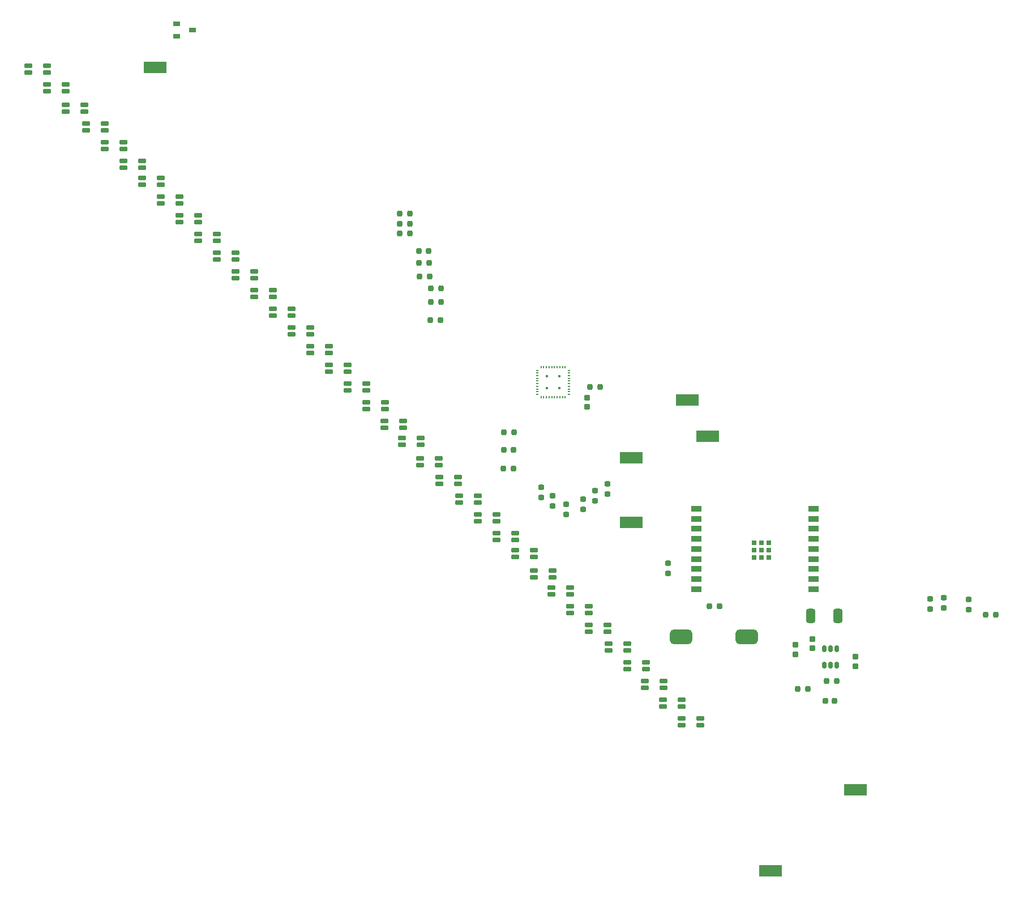
<source format=gbr>
%TF.GenerationSoftware,KiCad,Pcbnew,(7.0.0)*%
%TF.CreationDate,2023-03-18T11:24:22-05:00*%
%TF.ProjectId,LED Fan Blade,4c454420-4661-46e2-9042-6c6164652e6b,rev?*%
%TF.SameCoordinates,Original*%
%TF.FileFunction,Paste,Top*%
%TF.FilePolarity,Positive*%
%FSLAX46Y46*%
G04 Gerber Fmt 4.6, Leading zero omitted, Abs format (unit mm)*
G04 Created by KiCad (PCBNEW (7.0.0)) date 2023-03-18 11:24:22*
%MOMM*%
%LPD*%
G01*
G04 APERTURE LIST*
G04 Aperture macros list*
%AMRoundRect*
0 Rectangle with rounded corners*
0 $1 Rounding radius*
0 $2 $3 $4 $5 $6 $7 $8 $9 X,Y pos of 4 corners*
0 Add a 4 corners polygon primitive as box body*
4,1,4,$2,$3,$4,$5,$6,$7,$8,$9,$2,$3,0*
0 Add four circle primitives for the rounded corners*
1,1,$1+$1,$2,$3*
1,1,$1+$1,$4,$5*
1,1,$1+$1,$6,$7*
1,1,$1+$1,$8,$9*
0 Add four rect primitives between the rounded corners*
20,1,$1+$1,$2,$3,$4,$5,0*
20,1,$1+$1,$4,$5,$6,$7,0*
20,1,$1+$1,$6,$7,$8,$9,0*
20,1,$1+$1,$8,$9,$2,$3,0*%
G04 Aperture macros list end*
%ADD10RoundRect,0.175000X-0.425000X-0.175000X0.425000X-0.175000X0.425000X0.175000X-0.425000X0.175000X0*%
%ADD11RoundRect,0.201500X-0.201500X-0.230500X0.201500X-0.230500X0.201500X0.230500X-0.201500X0.230500X0*%
%ADD12R,3.430000X1.780000*%
%ADD13RoundRect,0.201500X0.230500X-0.201500X0.230500X0.201500X-0.230500X0.201500X-0.230500X-0.201500X0*%
%ADD14RoundRect,0.201500X0.201500X0.230500X-0.201500X0.230500X-0.201500X-0.230500X0.201500X-0.230500X0*%
%ADD15RoundRect,0.350000X0.350000X0.710000X-0.350000X0.710000X-0.350000X-0.710000X0.350000X-0.710000X0*%
%ADD16O,0.200000X0.350000*%
%ADD17O,0.350000X0.200000*%
%ADD18R,0.300000X0.300000*%
%ADD19RoundRect,0.201500X-0.230500X0.201500X-0.230500X-0.201500X0.230500X-0.201500X0.230500X0.201500X0*%
%ADD20RoundRect,0.200000X-0.250000X0.200000X-0.250000X-0.200000X0.250000X-0.200000X0.250000X0.200000X0*%
%ADD21R,1.000000X0.800000*%
%ADD22R,1.500000X0.900000*%
%ADD23R,0.700000X0.700000*%
%ADD24RoundRect,0.200000X0.250000X-0.200000X0.250000X0.200000X-0.250000X0.200000X-0.250000X-0.200000X0*%
%ADD25RoundRect,0.200000X-0.200000X-0.250000X0.200000X-0.250000X0.200000X0.250000X-0.200000X0.250000X0*%
%ADD26RoundRect,0.540000X-1.135000X-0.540000X1.135000X-0.540000X1.135000X0.540000X-1.135000X0.540000X0*%
%ADD27RoundRect,0.150000X0.150000X-0.350000X0.150000X0.350000X-0.150000X0.350000X-0.150000X-0.350000X0*%
G04 APERTURE END LIST*
D10*
%TO.C,LED22*%
X94358000Y-89146000D03*
X97158000Y-89146000D03*
X97158000Y-90146000D03*
X94358000Y-90146000D03*
%TD*%
%TO.C,LED6*%
X119628000Y-114046000D03*
X122428000Y-114046000D03*
X122428000Y-115046000D03*
X119628000Y-115046000D03*
%TD*%
%TO.C,LED12*%
X122552000Y-116832000D03*
X125352000Y-116832000D03*
X125352000Y-117832000D03*
X122552000Y-117832000D03*
%TD*%
D11*
%TO.C,BL:2*%
X96021000Y-65786000D03*
X97527000Y-65786000D03*
%TD*%
D10*
%TO.C,LED17*%
X108582000Y-102878000D03*
X111382000Y-102878000D03*
X111382000Y-103878000D03*
X108582000Y-103878000D03*
%TD*%
%TO.C,LED1*%
X35808000Y-30480000D03*
X38608000Y-30480000D03*
X38608000Y-31480000D03*
X35808000Y-31480000D03*
%TD*%
%TO.C,LED28*%
X97276000Y-91948000D03*
X100076000Y-91948000D03*
X100076000Y-92948000D03*
X97276000Y-92948000D03*
%TD*%
D12*
%TO.C,TestHallSense1*%
X54736999Y-30733999D03*
%TD*%
D11*
%TO.C,GR:3*%
X106852000Y-90678000D03*
X108358000Y-90678000D03*
%TD*%
D13*
%TO.C,GR:4*%
X116205000Y-97527000D03*
X116205000Y-96021000D03*
%TD*%
D10*
%TO.C,LED5*%
X102994000Y-97528000D03*
X105794000Y-97528000D03*
X105794000Y-98528000D03*
X102994000Y-98528000D03*
%TD*%
D12*
%TO.C,Test3.3V1*%
X146811999Y-150748999D03*
%TD*%
D11*
%TO.C,RD:2*%
X96021000Y-63754000D03*
X97527000Y-63754000D03*
%TD*%
D10*
%TO.C,LED19*%
X44444000Y-39116000D03*
X47244000Y-39116000D03*
X47244000Y-40116000D03*
X44444000Y-40116000D03*
%TD*%
D14*
%TO.C,R6*%
X121276000Y-78486000D03*
X119770000Y-78486000D03*
%TD*%
D10*
%TO.C,LED16*%
X91688000Y-86106000D03*
X94488000Y-86106000D03*
X94488000Y-87106000D03*
X91688000Y-87106000D03*
%TD*%
D15*
%TO.C,L1*%
X156841000Y-112649000D03*
X152785000Y-112649000D03*
%TD*%
D12*
%TO.C,TestMOSI1*%
X134365999Y-80390999D03*
%TD*%
D16*
%TO.C,LED-Driver1*%
X116083999Y-75519999D03*
X115683999Y-75519999D03*
X115283999Y-75519999D03*
X114883999Y-75519999D03*
X114483999Y-75519999D03*
X114083999Y-75519999D03*
X113683999Y-75519999D03*
X113283999Y-75519999D03*
X112883999Y-75519999D03*
X112483999Y-75519999D03*
D17*
X111883999Y-75969999D03*
X111883999Y-76369999D03*
X111883999Y-76769999D03*
X111883999Y-77169999D03*
X111883999Y-77569999D03*
X111883999Y-77969999D03*
X111883999Y-78369999D03*
X111883999Y-78769999D03*
X111883999Y-79169999D03*
X111883999Y-79569999D03*
D16*
X112483999Y-80019999D03*
X112883999Y-80019999D03*
X113283999Y-80019999D03*
X113683999Y-80019999D03*
X114083999Y-80019999D03*
X114483999Y-80019999D03*
X114883999Y-80019999D03*
X115283999Y-80019999D03*
X115683999Y-80019999D03*
X116083999Y-80019999D03*
D17*
X116683999Y-79569999D03*
X116683999Y-79169999D03*
X116683999Y-78769999D03*
X116683999Y-78369999D03*
X116683999Y-77969999D03*
X116683999Y-77569999D03*
X116683999Y-77169999D03*
X116683999Y-76769999D03*
X116683999Y-76369999D03*
X116683999Y-75969999D03*
D18*
X115183999Y-76869999D03*
X113383999Y-76869999D03*
X115183999Y-78669999D03*
X113383999Y-78669999D03*
%TD*%
D11*
%TO.C,BL:3*%
X106877000Y-87884000D03*
X108383000Y-87884000D03*
%TD*%
D13*
%TO.C,BL:5*%
X120523000Y-95495000D03*
X120523000Y-93989000D03*
%TD*%
D19*
%TO.C,R3*%
X172720000Y-109991000D03*
X172720000Y-111497000D03*
%TD*%
D20*
%TO.C,Cin1*%
X159512000Y-118807000D03*
X159512000Y-120207000D03*
%TD*%
D10*
%TO.C,LED21*%
X77972000Y-72390000D03*
X80772000Y-72390000D03*
X80772000Y-73390000D03*
X77972000Y-73390000D03*
%TD*%
D13*
%TO.C,BL:4*%
X114173000Y-96257000D03*
X114173000Y-94751000D03*
%TD*%
D10*
%TO.C,LED13*%
X41396000Y-36322000D03*
X44196000Y-36322000D03*
X44196000Y-37322000D03*
X41396000Y-37322000D03*
%TD*%
%TO.C,LED30*%
X130680000Y-125214000D03*
X133480000Y-125214000D03*
X133480000Y-126214000D03*
X130680000Y-126214000D03*
%TD*%
%TO.C,LED14*%
X58414000Y-52832000D03*
X61214000Y-52832000D03*
X61214000Y-53832000D03*
X58414000Y-53832000D03*
%TD*%
%TO.C,LED35*%
X116834000Y-111252000D03*
X119634000Y-111252000D03*
X119634000Y-112252000D03*
X116834000Y-112252000D03*
%TD*%
D11*
%TO.C,R2*%
X137677000Y-111252000D03*
X139183000Y-111252000D03*
%TD*%
D10*
%TO.C,LED26*%
X64002000Y-58420000D03*
X66802000Y-58420000D03*
X66802000Y-59420000D03*
X64002000Y-59420000D03*
%TD*%
D11*
%TO.C,R7*%
X150876000Y-123571000D03*
X152382000Y-123571000D03*
%TD*%
D10*
%TO.C,LED25*%
X47238000Y-41910000D03*
X50038000Y-41910000D03*
X50038000Y-42910000D03*
X47238000Y-42910000D03*
%TD*%
%TO.C,LED11*%
X105788000Y-100322000D03*
X108588000Y-100322000D03*
X108588000Y-101322000D03*
X105788000Y-101322000D03*
%TD*%
D12*
%TO.C,TestSS1*%
X125983999Y-89026999D03*
%TD*%
D11*
%TO.C,GR:2*%
X95894000Y-68453000D03*
X97400000Y-68453000D03*
%TD*%
D10*
%TO.C,LED2*%
X52826000Y-47244000D03*
X55626000Y-47244000D03*
X55626000Y-48244000D03*
X52826000Y-48244000D03*
%TD*%
D11*
%TO.C,RD:3*%
X106943000Y-85217000D03*
X108449000Y-85217000D03*
%TD*%
D21*
%TO.C,HallSensor1*%
X57940499Y-24195999D03*
X60340499Y-25145999D03*
X57940499Y-26095999D03*
%TD*%
D10*
%TO.C,LED27*%
X80766000Y-75184000D03*
X83566000Y-75184000D03*
X83566000Y-76184000D03*
X80766000Y-76184000D03*
%TD*%
D22*
%TO.C,ESP1*%
X135730499Y-96667999D03*
X135730499Y-98167999D03*
X135730499Y-99667999D03*
X135730499Y-101167999D03*
X135730499Y-102667999D03*
X135730499Y-104167999D03*
X135730499Y-105667999D03*
X135730499Y-107167999D03*
X135730499Y-108667999D03*
X153230499Y-108667999D03*
X153230499Y-107167999D03*
X153230499Y-105667999D03*
X153230499Y-104167999D03*
X153230499Y-102667999D03*
X153230499Y-101167999D03*
X153230499Y-99667999D03*
X153230499Y-98167999D03*
X153230499Y-96667999D03*
D23*
X144340499Y-101767999D03*
X145440499Y-101767999D03*
X146540499Y-101767999D03*
X144340499Y-102867999D03*
X145440499Y-102867999D03*
X146540499Y-102867999D03*
X144340499Y-103967999D03*
X145440499Y-103967999D03*
X146540499Y-103967999D03*
%TD*%
D11*
%TO.C,RD:0*%
X91358000Y-52578000D03*
X92864000Y-52578000D03*
%TD*%
D10*
%TO.C,LED23*%
X111376000Y-105910000D03*
X114176000Y-105910000D03*
X114176000Y-106910000D03*
X111376000Y-106910000D03*
%TD*%
%TO.C,LED9*%
X72384000Y-66802000D03*
X75184000Y-66802000D03*
X75184000Y-67802000D03*
X72384000Y-67802000D03*
%TD*%
D20*
%TO.C,Cout1*%
X150495000Y-117029000D03*
X150495000Y-118429000D03*
%TD*%
D10*
%TO.C,LED24*%
X128010000Y-122428000D03*
X130810000Y-122428000D03*
X130810000Y-123428000D03*
X128010000Y-123428000D03*
%TD*%
%TO.C,LED15*%
X75178000Y-69596000D03*
X77978000Y-69596000D03*
X77978000Y-70596000D03*
X75178000Y-70596000D03*
%TD*%
%TO.C,LED10*%
X89024000Y-83558000D03*
X91824000Y-83558000D03*
X91824000Y-84558000D03*
X89024000Y-84558000D03*
%TD*%
D19*
%TO.C,R9*%
X170688000Y-110118000D03*
X170688000Y-111624000D03*
%TD*%
D10*
%TO.C,LED18*%
X125346000Y-119642000D03*
X128146000Y-119642000D03*
X128146000Y-120642000D03*
X125346000Y-120642000D03*
%TD*%
D12*
%TO.C,TestGND1*%
X159511999Y-138683999D03*
%TD*%
D10*
%TO.C,LED34*%
X100200000Y-94750000D03*
X103000000Y-94750000D03*
X103000000Y-95750000D03*
X100200000Y-95750000D03*
%TD*%
D13*
%TO.C,RD:5*%
X118745000Y-96765000D03*
X118745000Y-95259000D03*
%TD*%
%TO.C,RD:4*%
X112522000Y-94987000D03*
X112522000Y-93481000D03*
%TD*%
D14*
%TO.C,R1*%
X180511000Y-112472500D03*
X179005000Y-112472500D03*
%TD*%
D10*
%TO.C,LED31*%
X50032000Y-44704000D03*
X52832000Y-44704000D03*
X52832000Y-45704000D03*
X50032000Y-45704000D03*
%TD*%
D11*
%TO.C,BL:0*%
X91322000Y-54102000D03*
X92828000Y-54102000D03*
%TD*%
D10*
%TO.C,LED20*%
X61208000Y-55626000D03*
X64008000Y-55626000D03*
X64008000Y-56626000D03*
X61208000Y-56626000D03*
%TD*%
D24*
%TO.C,CB1*%
X153035000Y-117540000D03*
X153035000Y-116140000D03*
%TD*%
D12*
%TO.C,TestMISO1*%
X137413999Y-85851999D03*
%TD*%
D10*
%TO.C,LED4*%
X86354000Y-80780000D03*
X89154000Y-80780000D03*
X89154000Y-81780000D03*
X86354000Y-81780000D03*
%TD*%
%TO.C,LED8*%
X55620000Y-50038000D03*
X58420000Y-50038000D03*
X58420000Y-51038000D03*
X55620000Y-51038000D03*
%TD*%
D11*
%TO.C,R8*%
X155198000Y-122428000D03*
X156704000Y-122428000D03*
%TD*%
D25*
%TO.C,C4*%
X155002000Y-125349000D03*
X156402000Y-125349000D03*
%TD*%
D26*
%TO.C,Boot1*%
X133378000Y-115824000D03*
X143228000Y-115824000D03*
%TD*%
D10*
%TO.C,LED32*%
X66796000Y-61214000D03*
X69596000Y-61214000D03*
X69596000Y-62214000D03*
X66796000Y-62214000D03*
%TD*%
D20*
%TO.C,VCAP1*%
X119380000Y-80072000D03*
X119380000Y-81472000D03*
%TD*%
D10*
%TO.C,LED33*%
X83560000Y-77978000D03*
X86360000Y-77978000D03*
X86360000Y-78978000D03*
X83560000Y-78978000D03*
%TD*%
%TO.C,LED3*%
X69590000Y-64008000D03*
X72390000Y-64008000D03*
X72390000Y-65008000D03*
X69590000Y-65008000D03*
%TD*%
%TO.C,LED36*%
X133474000Y-128008000D03*
X136274000Y-128008000D03*
X136274000Y-129008000D03*
X133474000Y-129008000D03*
%TD*%
D11*
%TO.C,GR:1*%
X94309000Y-61976000D03*
X95815000Y-61976000D03*
%TD*%
%TO.C,BL:1*%
X94243000Y-59944000D03*
X95749000Y-59944000D03*
%TD*%
D19*
%TO.C,R4*%
X176403000Y-110245000D03*
X176403000Y-111751000D03*
%TD*%
D11*
%TO.C,GR:0*%
X91322000Y-55499000D03*
X92828000Y-55499000D03*
%TD*%
D12*
%TO.C,TestCLK1*%
X125983999Y-98678999D03*
%TD*%
D10*
%TO.C,LED7*%
X38602000Y-33274000D03*
X41402000Y-33274000D03*
X41402000Y-34274000D03*
X38602000Y-34274000D03*
%TD*%
D13*
%TO.C,R5*%
X131445000Y-106281000D03*
X131445000Y-104775000D03*
%TD*%
%TO.C,GR:5*%
X122428000Y-94479000D03*
X122428000Y-92973000D03*
%TD*%
D10*
%TO.C,LED29*%
X114040000Y-108458000D03*
X116840000Y-108458000D03*
X116840000Y-109458000D03*
X114040000Y-109458000D03*
%TD*%
D27*
%TO.C,VReg1*%
X154813000Y-120015000D03*
X155763000Y-120015000D03*
X156713000Y-120015000D03*
X156713000Y-117615000D03*
X155763000Y-117615000D03*
X154813000Y-117615000D03*
%TD*%
D11*
%TO.C,RD:1*%
X94177000Y-58166000D03*
X95683000Y-58166000D03*
%TD*%
M02*

</source>
